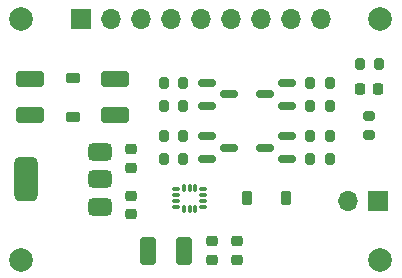
<source format=gbr>
%TF.GenerationSoftware,KiCad,Pcbnew,8.0.3*%
%TF.CreationDate,2024-12-25T15:35:38+08:00*%
%TF.ProjectId,ICM-42688,49434d2d-3432-4363-9838-2e6b69636164,rev?*%
%TF.SameCoordinates,Original*%
%TF.FileFunction,Soldermask,Top*%
%TF.FilePolarity,Negative*%
%FSLAX46Y46*%
G04 Gerber Fmt 4.6, Leading zero omitted, Abs format (unit mm)*
G04 Created by KiCad (PCBNEW 8.0.3) date 2024-12-25 15:35:38*
%MOMM*%
%LPD*%
G01*
G04 APERTURE LIST*
G04 Aperture macros list*
%AMRoundRect*
0 Rectangle with rounded corners*
0 $1 Rounding radius*
0 $2 $3 $4 $5 $6 $7 $8 $9 X,Y pos of 4 corners*
0 Add a 4 corners polygon primitive as box body*
4,1,4,$2,$3,$4,$5,$6,$7,$8,$9,$2,$3,0*
0 Add four circle primitives for the rounded corners*
1,1,$1+$1,$2,$3*
1,1,$1+$1,$4,$5*
1,1,$1+$1,$6,$7*
1,1,$1+$1,$8,$9*
0 Add four rect primitives between the rounded corners*
20,1,$1+$1,$2,$3,$4,$5,0*
20,1,$1+$1,$4,$5,$6,$7,0*
20,1,$1+$1,$6,$7,$8,$9,0*
20,1,$1+$1,$8,$9,$2,$3,0*%
G04 Aperture macros list end*
%ADD10C,2.000000*%
%ADD11RoundRect,0.200000X-0.200000X-0.275000X0.200000X-0.275000X0.200000X0.275000X-0.200000X0.275000X0*%
%ADD12RoundRect,0.150000X0.587500X0.150000X-0.587500X0.150000X-0.587500X-0.150000X0.587500X-0.150000X0*%
%ADD13RoundRect,0.225000X-0.250000X0.225000X-0.250000X-0.225000X0.250000X-0.225000X0.250000X0.225000X0*%
%ADD14RoundRect,0.250000X0.925000X-0.412500X0.925000X0.412500X-0.925000X0.412500X-0.925000X-0.412500X0*%
%ADD15RoundRect,0.200000X0.200000X0.275000X-0.200000X0.275000X-0.200000X-0.275000X0.200000X-0.275000X0*%
%ADD16RoundRect,0.375000X0.625000X0.375000X-0.625000X0.375000X-0.625000X-0.375000X0.625000X-0.375000X0*%
%ADD17RoundRect,0.500000X0.500000X1.400000X-0.500000X1.400000X-0.500000X-1.400000X0.500000X-1.400000X0*%
%ADD18RoundRect,0.150000X-0.587500X-0.150000X0.587500X-0.150000X0.587500X0.150000X-0.587500X0.150000X0*%
%ADD19RoundRect,0.218750X0.218750X0.256250X-0.218750X0.256250X-0.218750X-0.256250X0.218750X-0.256250X0*%
%ADD20RoundRect,0.200000X-0.275000X0.200000X-0.275000X-0.200000X0.275000X-0.200000X0.275000X0.200000X0*%
%ADD21R,1.700000X1.700000*%
%ADD22O,1.700000X1.700000*%
%ADD23RoundRect,0.225000X-0.225000X-0.375000X0.225000X-0.375000X0.225000X0.375000X-0.225000X0.375000X0*%
%ADD24RoundRect,0.250000X0.412500X0.925000X-0.412500X0.925000X-0.412500X-0.925000X0.412500X-0.925000X0*%
%ADD25RoundRect,0.087500X-0.225000X-0.087500X0.225000X-0.087500X0.225000X0.087500X-0.225000X0.087500X0*%
%ADD26RoundRect,0.087500X-0.087500X-0.225000X0.087500X-0.225000X0.087500X0.225000X-0.087500X0.225000X0*%
%ADD27RoundRect,0.225000X0.375000X-0.225000X0.375000X0.225000X-0.375000X0.225000X-0.375000X-0.225000X0*%
G04 APERTURE END LIST*
D10*
%TO.C,H2*%
X152700000Y-72300000D03*
%TD*%
D11*
%TO.C,R9*%
X134370000Y-82250000D03*
X136020000Y-82250000D03*
%TD*%
D12*
%TO.C,Q1*%
X144800000Y-79670000D03*
X144800000Y-77770000D03*
X142925000Y-78720000D03*
%TD*%
D13*
%TO.C,C4*%
X138460000Y-92710000D03*
X138460000Y-91160000D03*
%TD*%
%TO.C,C7*%
X131560000Y-87330000D03*
X131560000Y-88880000D03*
%TD*%
D14*
%TO.C,C5*%
X123060000Y-80495000D03*
X123060000Y-77420000D03*
%TD*%
D13*
%TO.C,C6*%
X140560000Y-91160000D03*
X140560000Y-92710000D03*
%TD*%
D15*
%TO.C,R5*%
X148395000Y-82250000D03*
X146745000Y-82250000D03*
%TD*%
D16*
%TO.C,U1*%
X128960000Y-88210000D03*
X128960000Y-85910000D03*
D17*
X122660000Y-85910000D03*
D16*
X128960000Y-83610000D03*
%TD*%
D15*
%TO.C,R2*%
X152585000Y-76100000D03*
X150935000Y-76100000D03*
%TD*%
D18*
%TO.C,Q2*%
X137992500Y-77770000D03*
X137992500Y-79670000D03*
X139867500Y-78720000D03*
%TD*%
D10*
%TO.C,H3*%
X152700000Y-92700000D03*
%TD*%
%TO.C,H4*%
X122300000Y-92700000D03*
%TD*%
D19*
%TO.C,D2*%
X152527500Y-78300000D03*
X150952500Y-78300000D03*
%TD*%
D15*
%TO.C,R7*%
X148395000Y-79690000D03*
X146745000Y-79690000D03*
%TD*%
D20*
%TO.C,R1*%
X151760000Y-80535000D03*
X151760000Y-82185000D03*
%TD*%
D21*
%TO.C,JP1*%
X152510000Y-87700000D03*
D22*
X149970000Y-87700000D03*
%TD*%
D15*
%TO.C,R6*%
X148395000Y-77750000D03*
X146745000Y-77750000D03*
%TD*%
D11*
%TO.C,R3*%
X134370000Y-79690000D03*
X136020000Y-79690000D03*
%TD*%
D23*
%TO.C,D3*%
X144700000Y-87460000D03*
X141400000Y-87460000D03*
%TD*%
D24*
%TO.C,C3*%
X136100000Y-91935000D03*
X133025000Y-91935000D03*
%TD*%
D11*
%TO.C,R4*%
X134370000Y-84190000D03*
X136020000Y-84190000D03*
%TD*%
D13*
%TO.C,C2*%
X131560000Y-84910000D03*
X131560000Y-83360000D03*
%TD*%
D11*
%TO.C,R8*%
X134370000Y-77750000D03*
X136020000Y-77750000D03*
%TD*%
D21*
%TO.C,J1*%
X127350000Y-72300000D03*
D22*
X129890000Y-72300000D03*
X132430000Y-72300000D03*
X134970000Y-72300000D03*
X137510000Y-72300000D03*
X140050000Y-72300000D03*
X142590000Y-72300000D03*
X145130000Y-72300000D03*
X147670000Y-72300000D03*
%TD*%
D25*
%TO.C,U2*%
X135377500Y-86762500D03*
X135377500Y-87262500D03*
X135377500Y-87762500D03*
X135377500Y-88262500D03*
D26*
X136040000Y-88425000D03*
X136540000Y-88425000D03*
X137040000Y-88425000D03*
D25*
X137702500Y-88262500D03*
X137702500Y-87762500D03*
X137702500Y-87262500D03*
X137702500Y-86762500D03*
D26*
X137040000Y-86600000D03*
X136540000Y-86600000D03*
X136040000Y-86600000D03*
%TD*%
D18*
%TO.C,Q3*%
X137992500Y-82270000D03*
X137992500Y-84170000D03*
X139867500Y-83220000D03*
%TD*%
D12*
%TO.C,Q4*%
X144800000Y-84170000D03*
X144800000Y-82270000D03*
X142925000Y-83220000D03*
%TD*%
D10*
%TO.C,H1*%
X122300000Y-72300000D03*
%TD*%
D15*
%TO.C,R10*%
X148395000Y-84190000D03*
X146745000Y-84190000D03*
%TD*%
D14*
%TO.C,C1*%
X130220000Y-80495000D03*
X130220000Y-77420000D03*
%TD*%
D27*
%TO.C,D1*%
X126660000Y-80607500D03*
X126660000Y-77307500D03*
%TD*%
M02*

</source>
